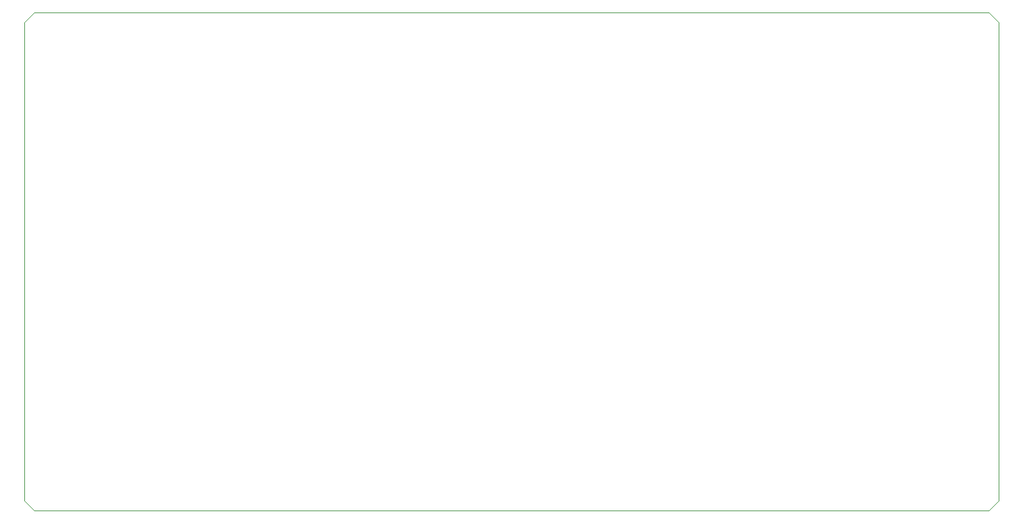
<source format=gm1>
%FSLAX25Y25*%
%MOIN*%
G70*
G01*
G75*
G04 Layer_Color=16711935*
%ADD10R,0.03500X0.03200*%
%ADD11R,0.03200X0.03000*%
%ADD12R,0.04500X0.05000*%
%ADD13R,0.05000X0.04500*%
%ADD14R,0.03200X0.03500*%
%ADD15R,0.03000X0.03200*%
%ADD16C,0.03200*%
%ADD17R,0.08200X0.11000*%
%ADD18R,0.07000X0.02500*%
%ADD19C,0.01000*%
%ADD20R,0.04000X0.02000*%
%ADD21R,0.08000X0.05500*%
%ADD22R,0.05000X0.04000*%
%ADD23R,0.04500X0.06000*%
%ADD24R,0.07000X0.05000*%
%ADD25R,0.06000X0.06000*%
%ADD26R,0.08500X0.01200*%
%ADD27R,0.08000X0.10000*%
%ADD28R,0.09000X0.03000*%
%ADD29R,0.03000X0.09000*%
%ADD30R,0.04000X0.04000*%
%ADD31R,0.13000X0.04000*%
%ADD32C,0.04000*%
%ADD33R,0.08000X0.13000*%
%ADD34R,0.04000X0.11000*%
%ADD35R,0.01600X0.07000*%
%ADD36R,0.06000X0.01000*%
%ADD37R,0.01000X0.06000*%
%ADD38C,0.02000*%
%ADD39C,0.01500*%
%ADD40C,0.00600*%
%ADD41C,0.03000*%
%ADD42C,0.02500*%
%ADD43C,0.01000*%
%ADD44C,0.01200*%
%ADD45C,0.02400*%
%ADD46C,0.03500*%
%ADD47C,0.13000*%
%ADD48R,0.05500X0.05500*%
%ADD49C,0.05500*%
%ADD50C,0.06000*%
%ADD51R,0.07000X0.07000*%
%ADD52C,0.07000*%
%ADD53O,0.03000X0.06000*%
%ADD54C,0.02400*%
%ADD55C,0.03937*%
%ADD56C,0.00500*%
%ADD57C,0.00800*%
%ADD58C,0.00200*%
%ADD59C,0.00787*%
%ADD60O,0.03937X0.03937*%
%ADD61C,0.03800*%
%ADD62R,0.03900X0.03600*%
%ADD63R,0.03600X0.03400*%
%ADD64R,0.04900X0.05400*%
%ADD65R,0.05400X0.04900*%
%ADD66R,0.03600X0.03900*%
%ADD67R,0.03400X0.03600*%
%ADD68C,0.03600*%
%ADD69R,0.08600X0.11400*%
%ADD70R,0.07400X0.02900*%
%ADD71C,0.01400*%
%ADD72R,0.04400X0.02400*%
%ADD73R,0.08400X0.05900*%
%ADD74R,0.05400X0.04400*%
%ADD75R,0.04900X0.06400*%
%ADD76R,0.07400X0.05400*%
%ADD77R,0.06400X0.06400*%
%ADD78R,0.08900X0.01600*%
%ADD79R,0.08400X0.10400*%
%ADD80R,0.09400X0.03400*%
%ADD81R,0.03400X0.09400*%
%ADD82R,0.04400X0.04400*%
%ADD83R,0.13400X0.04400*%
%ADD84C,0.12000*%
%ADD85R,0.08400X0.13400*%
%ADD86R,0.04400X0.11400*%
%ADD87R,0.02000X0.07400*%
%ADD88R,0.06400X0.01400*%
%ADD89R,0.01400X0.06400*%
%ADD90C,0.13400*%
%ADD91R,0.05900X0.05900*%
%ADD92C,0.05900*%
%ADD93C,0.06400*%
%ADD94R,0.07400X0.07400*%
%ADD95C,0.07400*%
%ADD96O,0.03400X0.06400*%
%ADD97C,0.02800*%
%ADD98C,0.11937*%
%ADD99C,0.14000*%
%ADD100C,0.00100*%
D100*
X519500Y237500D02*
Y480000D01*
Y237500D02*
X524500Y232500D01*
X1008500D01*
X1013500Y237500D01*
Y480000D01*
X1008500Y485000D02*
X1013500Y480000D01*
X524500Y485000D02*
X1008500D01*
X519500Y480000D02*
X524500Y485000D01*
M02*

</source>
